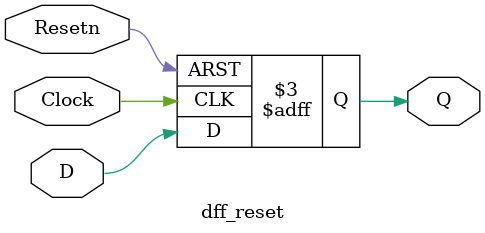
<source format=v>

module dff_reset(D, Clock, Resetn, Q);
    input D, Clock, Resetn;
    output Q;
    reg Q;
 
    always @(negedge Resetn or posedge Clock)
      
	    if (!Resetn)
            Q <= 0;
        else
            Q <= D;

endmodule
</source>
